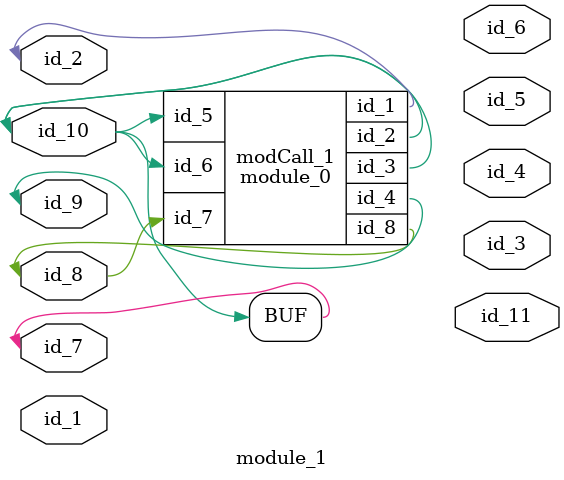
<source format=v>
module module_0 (
    id_1,
    id_2,
    id_3,
    id_4,
    id_5,
    id_6,
    id_7,
    id_8
);
  inout wire id_8;
  input wire id_7;
  input wire id_6;
  input wire id_5;
  inout wire id_4;
  output wire id_3;
  output wire id_2;
  inout wire id_1;
  wire id_9;
  wire id_10;
  wire ["" : -1 'b0] id_11;
endmodule
module module_1 (
    id_1,
    id_2,
    id_3,
    id_4,
    id_5,
    id_6,
    id_7,
    id_8,
    id_9,
    id_10,
    id_11
);
  output wire id_11;
  input wire id_10;
  inout wire id_9;
  inout wire id_8;
  inout wire id_7;
  output wire id_6;
  module_0 modCall_1 (
      id_2,
      id_7,
      id_7,
      id_9,
      id_7,
      id_10,
      id_8,
      id_8
  );
  output wire id_5;
  output wire id_4;
  output wire id_3;
  inout wire id_2;
  input wire id_1;
  wire id_12;
  assign id_7 = id_10;
endmodule

</source>
